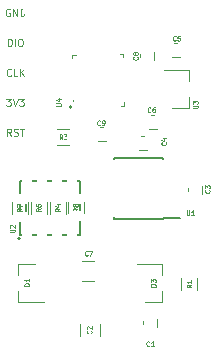
<source format=gto>
G04 #@! TF.GenerationSoftware,KiCad,Pcbnew,(2018-02-16 revision c95340fba)-makepkg*
G04 #@! TF.CreationDate,2018-05-28T07:37:03+02:00*
G04 #@! TF.ProjectId,LIN_USB_CONVERTER,4C494E5F5553425F434F4E5645525445,rev?*
G04 #@! TF.SameCoordinates,PX85b9e30PY4aad300*
G04 #@! TF.FileFunction,Legend,Top*
G04 #@! TF.FilePolarity,Positive*
%FSLAX46Y46*%
G04 Gerber Fmt 4.6, Leading zero omitted, Abs format (unit mm)*
G04 Created by KiCad (PCBNEW (2018-02-16 revision c95340fba)-makepkg) date 05/28/18 07:37:03*
%MOMM*%
%LPD*%
G01*
G04 APERTURE LIST*
%ADD10C,0.100000*%
%ADD11C,0.120000*%
%ADD12C,0.150000*%
%ADD13C,0.090000*%
%ADD14R,1.300000X0.900000*%
%ADD15R,2.380000X4.360000*%
%ADD16O,2.380000X4.360000*%
%ADD17R,1.650000X1.400000*%
%ADD18R,0.908000X2.400000*%
%ADD19R,0.900000X1.300000*%
%ADD20R,1.300000X1.200000*%
%ADD21R,2.200000X1.400000*%
%ADD22R,0.702000X0.302000*%
%ADD23R,0.302000X0.702000*%
%ADD24R,0.102000X0.102000*%
%ADD25C,0.214000*%
%ADD26R,0.152000X0.152000*%
%ADD27R,0.502000X0.302000*%
%ADD28R,0.302000X0.502000*%
%ADD29C,2.540000*%
%ADD30C,2.900000*%
%ADD31R,1.150000X1.200000*%
%ADD32R,2.100000X2.100000*%
%ADD33O,2.100000X2.100000*%
%ADD34C,1.901140*%
%ADD35O,1.800000X4.200000*%
%ADD36C,1.900000*%
%ADD37R,1.400000X1.650000*%
%ADD38R,1.950000X1.000000*%
%ADD39R,1.200000X1.150000*%
G04 APERTURE END LIST*
D10*
X941428Y-14393828D02*
X741428Y-14108114D01*
X598571Y-14393828D02*
X598571Y-13793828D01*
X827142Y-13793828D01*
X884285Y-13822400D01*
X912857Y-13850971D01*
X941428Y-13908114D01*
X941428Y-13993828D01*
X912857Y-14050971D01*
X884285Y-14079542D01*
X827142Y-14108114D01*
X598571Y-14108114D01*
X1170000Y-14365257D02*
X1255714Y-14393828D01*
X1398571Y-14393828D01*
X1455714Y-14365257D01*
X1484285Y-14336685D01*
X1512857Y-14279542D01*
X1512857Y-14222400D01*
X1484285Y-14165257D01*
X1455714Y-14136685D01*
X1398571Y-14108114D01*
X1284285Y-14079542D01*
X1227142Y-14050971D01*
X1198571Y-14022400D01*
X1170000Y-13965257D01*
X1170000Y-13908114D01*
X1198571Y-13850971D01*
X1227142Y-13822400D01*
X1284285Y-13793828D01*
X1427142Y-13793828D01*
X1512857Y-13822400D01*
X1684285Y-13793828D02*
X2027142Y-13793828D01*
X1855714Y-14393828D02*
X1855714Y-13793828D01*
X527142Y-11253828D02*
X898571Y-11253828D01*
X698571Y-11482400D01*
X784285Y-11482400D01*
X841428Y-11510971D01*
X870000Y-11539542D01*
X898571Y-11596685D01*
X898571Y-11739542D01*
X870000Y-11796685D01*
X841428Y-11825257D01*
X784285Y-11853828D01*
X612857Y-11853828D01*
X555714Y-11825257D01*
X527142Y-11796685D01*
X1070000Y-11253828D02*
X1270000Y-11853828D01*
X1470000Y-11253828D01*
X1612857Y-11253828D02*
X1984285Y-11253828D01*
X1784285Y-11482400D01*
X1870000Y-11482400D01*
X1927142Y-11510971D01*
X1955714Y-11539542D01*
X1984285Y-11596685D01*
X1984285Y-11739542D01*
X1955714Y-11796685D01*
X1927142Y-11825257D01*
X1870000Y-11853828D01*
X1698571Y-11853828D01*
X1641428Y-11825257D01*
X1612857Y-11796685D01*
X912857Y-9256685D02*
X884285Y-9285257D01*
X798571Y-9313828D01*
X741428Y-9313828D01*
X655714Y-9285257D01*
X598571Y-9228114D01*
X570000Y-9170971D01*
X541428Y-9056685D01*
X541428Y-8970971D01*
X570000Y-8856685D01*
X598571Y-8799542D01*
X655714Y-8742400D01*
X741428Y-8713828D01*
X798571Y-8713828D01*
X884285Y-8742400D01*
X912857Y-8770971D01*
X1455714Y-9313828D02*
X1170000Y-9313828D01*
X1170000Y-8713828D01*
X1655714Y-9313828D02*
X1655714Y-8713828D01*
X1998571Y-9313828D02*
X1741428Y-8970971D01*
X1998571Y-8713828D02*
X1655714Y-9056685D01*
X655714Y-6773828D02*
X655714Y-6173828D01*
X798571Y-6173828D01*
X884285Y-6202400D01*
X941428Y-6259542D01*
X970000Y-6316685D01*
X998571Y-6430971D01*
X998571Y-6516685D01*
X970000Y-6630971D01*
X941428Y-6688114D01*
X884285Y-6745257D01*
X798571Y-6773828D01*
X655714Y-6773828D01*
X1255714Y-6773828D02*
X1255714Y-6173828D01*
X1655714Y-6173828D02*
X1770000Y-6173828D01*
X1827142Y-6202400D01*
X1884285Y-6259542D01*
X1912857Y-6373828D01*
X1912857Y-6573828D01*
X1884285Y-6688114D01*
X1827142Y-6745257D01*
X1770000Y-6773828D01*
X1655714Y-6773828D01*
X1598571Y-6745257D01*
X1541428Y-6688114D01*
X1512857Y-6573828D01*
X1512857Y-6373828D01*
X1541428Y-6259542D01*
X1598571Y-6202400D01*
X1655714Y-6173828D01*
X812857Y-3662400D02*
X755714Y-3633828D01*
X670000Y-3633828D01*
X584285Y-3662400D01*
X527142Y-3719542D01*
X498571Y-3776685D01*
X470000Y-3890971D01*
X470000Y-3976685D01*
X498571Y-4090971D01*
X527142Y-4148114D01*
X584285Y-4205257D01*
X670000Y-4233828D01*
X727142Y-4233828D01*
X812857Y-4205257D01*
X841428Y-4176685D01*
X841428Y-3976685D01*
X727142Y-3976685D01*
X1098571Y-4233828D02*
X1098571Y-3633828D01*
X1441428Y-4233828D01*
X1441428Y-3633828D01*
X1727142Y-4233828D02*
X1727142Y-3633828D01*
X1870000Y-3633828D01*
X1955714Y-3662400D01*
X2012857Y-3719542D01*
X2041428Y-3776685D01*
X2070000Y-3890971D01*
X2070000Y-3976685D01*
X2041428Y-4090971D01*
X2012857Y-4148114D01*
X1955714Y-4205257D01*
X1870000Y-4233828D01*
X1727142Y-4233828D01*
D11*
X3931200Y-19972400D02*
X3931200Y-20972400D01*
X2571200Y-20972400D02*
X2571200Y-19972400D01*
X8470000Y-31335600D02*
X8470000Y-30335600D01*
X6770000Y-30335600D02*
X6770000Y-31335600D01*
D12*
X1662336Y-23078440D02*
G75*
G03X1662336Y-23078440I-77376J0D01*
G01*
X1676400Y-18186400D02*
X6756400Y-18186400D01*
X6756400Y-18186400D02*
X6756400Y-22758400D01*
X6756400Y-22758400D02*
X1676400Y-22758400D01*
X1676400Y-22758400D02*
X1676400Y-18186400D01*
X1676400Y-19710400D02*
X2184400Y-19710400D01*
X2184400Y-19710400D02*
X2184400Y-20980400D01*
X2184400Y-20980400D02*
X1676400Y-20980400D01*
D11*
X4834000Y-13798000D02*
X5834000Y-13798000D01*
X5834000Y-15158000D02*
X4834000Y-15158000D01*
X16000000Y-11994000D02*
X16000000Y-11064000D01*
X16000000Y-8834000D02*
X16000000Y-9764000D01*
X16000000Y-8834000D02*
X13840000Y-8834000D01*
X16000000Y-11994000D02*
X14540000Y-11994000D01*
X6106600Y-7506600D02*
X6106600Y-7806600D01*
X10438800Y-7455800D02*
X10438800Y-7755800D01*
X10489600Y-11864200D02*
X10489600Y-11564200D01*
X6177200Y-11433200D02*
X6177200Y-11133200D01*
X10438800Y-7455800D02*
X10138800Y-7455800D01*
X10489600Y-11864200D02*
X10189600Y-11864200D01*
X6106600Y-7506600D02*
X6406600Y-7506600D01*
D12*
X6059156Y-11946000D02*
G75*
G03X6059156Y-11946000I-85156J0D01*
G01*
D11*
X13300000Y-29876000D02*
X13300000Y-30576000D01*
X12100000Y-30576000D02*
X12100000Y-29876000D01*
X15322000Y-27424000D02*
X15322000Y-26424000D01*
X16682000Y-26424000D02*
X16682000Y-27424000D01*
X1510000Y-25278000D02*
X1510000Y-26208000D01*
X1510000Y-28438000D02*
X1510000Y-27508000D01*
X1510000Y-28438000D02*
X3670000Y-28438000D01*
X1510000Y-25278000D02*
X2970000Y-25278000D01*
X5556800Y-19972400D02*
X5556800Y-20972400D01*
X4196800Y-20972400D02*
X4196800Y-19972400D01*
X2356400Y-19972400D02*
X2356400Y-20972400D01*
X996400Y-20972400D02*
X996400Y-19972400D01*
X7080800Y-19960400D02*
X7080800Y-20960400D01*
X5720800Y-20960400D02*
X5720800Y-19960400D01*
X13730000Y-28438000D02*
X13730000Y-27508000D01*
X13730000Y-25278000D02*
X13730000Y-26208000D01*
X13730000Y-25278000D02*
X11570000Y-25278000D01*
X13730000Y-28438000D02*
X12270000Y-28438000D01*
X6967600Y-26707200D02*
X7967600Y-26707200D01*
X7967600Y-25007200D02*
X6967600Y-25007200D01*
D12*
X13809800Y-21371800D02*
X15209800Y-21371800D01*
X13809800Y-16271800D02*
X9659800Y-16271800D01*
X13809800Y-21421800D02*
X9659800Y-21421800D01*
X13809800Y-16271800D02*
X13809800Y-16416800D01*
X9659800Y-16271800D02*
X9659800Y-16416800D01*
X9659800Y-21421800D02*
X9659800Y-21276800D01*
X13809800Y-21421800D02*
X13809800Y-21371800D01*
D11*
X17101200Y-18649200D02*
X17101200Y-19349200D01*
X15901200Y-19349200D02*
X15901200Y-18649200D01*
X12431600Y-15586000D02*
X11731600Y-15586000D01*
X11731600Y-14386000D02*
X12431600Y-14386000D01*
X15234400Y-7712000D02*
X14534400Y-7712000D01*
X14534400Y-6512000D02*
X15234400Y-6512000D01*
X12604000Y-12608000D02*
X13304000Y-12608000D01*
X13304000Y-13808000D02*
X12604000Y-13808000D01*
X11846000Y-7970000D02*
X11846000Y-7270000D01*
X13046000Y-7270000D02*
X13046000Y-7970000D01*
X8286000Y-13624000D02*
X8986000Y-13624000D01*
X8986000Y-14824000D02*
X8286000Y-14824000D01*
D13*
X3432152Y-20539066D02*
X3241676Y-20672400D01*
X3432152Y-20767638D02*
X3032152Y-20767638D01*
X3032152Y-20615257D01*
X3051200Y-20577161D01*
X3070247Y-20558114D01*
X3108342Y-20539066D01*
X3165485Y-20539066D01*
X3203580Y-20558114D01*
X3222628Y-20577161D01*
X3241676Y-20615257D01*
X3241676Y-20767638D01*
X3032152Y-20196209D02*
X3032152Y-20272400D01*
X3051200Y-20310495D01*
X3070247Y-20329542D01*
X3127390Y-20367638D01*
X3203580Y-20386685D01*
X3355961Y-20386685D01*
X3394057Y-20367638D01*
X3413104Y-20348590D01*
X3432152Y-20310495D01*
X3432152Y-20234304D01*
X3413104Y-20196209D01*
X3394057Y-20177161D01*
X3355961Y-20158114D01*
X3260723Y-20158114D01*
X3222628Y-20177161D01*
X3203580Y-20196209D01*
X3184533Y-20234304D01*
X3184533Y-20310495D01*
X3203580Y-20348590D01*
X3222628Y-20367638D01*
X3260723Y-20386685D01*
X7712057Y-30902266D02*
X7731104Y-30921314D01*
X7750152Y-30978457D01*
X7750152Y-31016552D01*
X7731104Y-31073695D01*
X7693009Y-31111790D01*
X7654914Y-31130838D01*
X7578723Y-31149885D01*
X7521580Y-31149885D01*
X7445390Y-31130838D01*
X7407295Y-31111790D01*
X7369200Y-31073695D01*
X7350152Y-31016552D01*
X7350152Y-30978457D01*
X7369200Y-30921314D01*
X7388247Y-30902266D01*
X7388247Y-30749885D02*
X7369200Y-30730838D01*
X7350152Y-30692742D01*
X7350152Y-30597504D01*
X7369200Y-30559409D01*
X7388247Y-30540361D01*
X7426342Y-30521314D01*
X7464438Y-30521314D01*
X7521580Y-30540361D01*
X7750152Y-30768933D01*
X7750152Y-30521314D01*
X822352Y-22555161D02*
X1146161Y-22555161D01*
X1184257Y-22536114D01*
X1203304Y-22517066D01*
X1222352Y-22478971D01*
X1222352Y-22402780D01*
X1203304Y-22364685D01*
X1184257Y-22345638D01*
X1146161Y-22326590D01*
X822352Y-22326590D01*
X860447Y-22155161D02*
X841400Y-22136114D01*
X822352Y-22098019D01*
X822352Y-22002780D01*
X841400Y-21964685D01*
X860447Y-21945638D01*
X898542Y-21926590D01*
X936638Y-21926590D01*
X993780Y-21945638D01*
X1222352Y-22174209D01*
X1222352Y-21926590D01*
X5267333Y-14658952D02*
X5134000Y-14468476D01*
X5038761Y-14658952D02*
X5038761Y-14258952D01*
X5191142Y-14258952D01*
X5229238Y-14278000D01*
X5248285Y-14297047D01*
X5267333Y-14335142D01*
X5267333Y-14392285D01*
X5248285Y-14430380D01*
X5229238Y-14449428D01*
X5191142Y-14468476D01*
X5038761Y-14468476D01*
X5400666Y-14258952D02*
X5648285Y-14258952D01*
X5514952Y-14411333D01*
X5572095Y-14411333D01*
X5610190Y-14430380D01*
X5629238Y-14449428D01*
X5648285Y-14487523D01*
X5648285Y-14582761D01*
X5629238Y-14620857D01*
X5610190Y-14639904D01*
X5572095Y-14658952D01*
X5457809Y-14658952D01*
X5419714Y-14639904D01*
X5400666Y-14620857D01*
X16306952Y-12054761D02*
X16630761Y-12054761D01*
X16668857Y-12035714D01*
X16687904Y-12016666D01*
X16706952Y-11978571D01*
X16706952Y-11902380D01*
X16687904Y-11864285D01*
X16668857Y-11845238D01*
X16630761Y-11826190D01*
X16306952Y-11826190D01*
X16306952Y-11673809D02*
X16306952Y-11426190D01*
X16459333Y-11559523D01*
X16459333Y-11502380D01*
X16478380Y-11464285D01*
X16497428Y-11445238D01*
X16535523Y-11426190D01*
X16630761Y-11426190D01*
X16668857Y-11445238D01*
X16687904Y-11464285D01*
X16706952Y-11502380D01*
X16706952Y-11616666D01*
X16687904Y-11654761D01*
X16668857Y-11673809D01*
X4733952Y-11861761D02*
X5057761Y-11861761D01*
X5095857Y-11842714D01*
X5114904Y-11823666D01*
X5133952Y-11785571D01*
X5133952Y-11709380D01*
X5114904Y-11671285D01*
X5095857Y-11652238D01*
X5057761Y-11633190D01*
X4733952Y-11633190D01*
X4867285Y-11271285D02*
X5133952Y-11271285D01*
X4714904Y-11366523D02*
X5000619Y-11461761D01*
X5000619Y-11214142D01*
X12633333Y-32146857D02*
X12614285Y-32165904D01*
X12557142Y-32184952D01*
X12519047Y-32184952D01*
X12461904Y-32165904D01*
X12423809Y-32127809D01*
X12404761Y-32089714D01*
X12385714Y-32013523D01*
X12385714Y-31956380D01*
X12404761Y-31880190D01*
X12423809Y-31842095D01*
X12461904Y-31804000D01*
X12519047Y-31784952D01*
X12557142Y-31784952D01*
X12614285Y-31804000D01*
X12633333Y-31823047D01*
X13014285Y-32184952D02*
X12785714Y-32184952D01*
X12900000Y-32184952D02*
X12900000Y-31784952D01*
X12861904Y-31842095D01*
X12823809Y-31880190D01*
X12785714Y-31899238D01*
X16182952Y-26990666D02*
X15992476Y-27124000D01*
X16182952Y-27219238D02*
X15782952Y-27219238D01*
X15782952Y-27066857D01*
X15802000Y-27028761D01*
X15821047Y-27009714D01*
X15859142Y-26990666D01*
X15916285Y-26990666D01*
X15954380Y-27009714D01*
X15973428Y-27028761D01*
X15992476Y-27066857D01*
X15992476Y-27219238D01*
X16182952Y-26609714D02*
X16182952Y-26838285D01*
X16182952Y-26724000D02*
X15782952Y-26724000D01*
X15840095Y-26762095D01*
X15878190Y-26800190D01*
X15897238Y-26838285D01*
X2450952Y-27087238D02*
X2050952Y-27087238D01*
X2050952Y-26992000D01*
X2070000Y-26934857D01*
X2108095Y-26896761D01*
X2146190Y-26877714D01*
X2222380Y-26858666D01*
X2279523Y-26858666D01*
X2355714Y-26877714D01*
X2393809Y-26896761D01*
X2431904Y-26934857D01*
X2450952Y-26992000D01*
X2450952Y-27087238D01*
X2450952Y-26477714D02*
X2450952Y-26706285D01*
X2450952Y-26592000D02*
X2050952Y-26592000D01*
X2108095Y-26630095D01*
X2146190Y-26668190D01*
X2165238Y-26706285D01*
X5057752Y-20539066D02*
X4867276Y-20672400D01*
X5057752Y-20767638D02*
X4657752Y-20767638D01*
X4657752Y-20615257D01*
X4676800Y-20577161D01*
X4695847Y-20558114D01*
X4733942Y-20539066D01*
X4791085Y-20539066D01*
X4829180Y-20558114D01*
X4848228Y-20577161D01*
X4867276Y-20615257D01*
X4867276Y-20767638D01*
X4791085Y-20196209D02*
X5057752Y-20196209D01*
X4638704Y-20291447D02*
X4924419Y-20386685D01*
X4924419Y-20139066D01*
X1857352Y-20539066D02*
X1666876Y-20672400D01*
X1857352Y-20767638D02*
X1457352Y-20767638D01*
X1457352Y-20615257D01*
X1476400Y-20577161D01*
X1495447Y-20558114D01*
X1533542Y-20539066D01*
X1590685Y-20539066D01*
X1628780Y-20558114D01*
X1647828Y-20577161D01*
X1666876Y-20615257D01*
X1666876Y-20767638D01*
X1457352Y-20405733D02*
X1457352Y-20139066D01*
X1857352Y-20310495D01*
X6581752Y-20527066D02*
X6391276Y-20660400D01*
X6581752Y-20755638D02*
X6181752Y-20755638D01*
X6181752Y-20603257D01*
X6200800Y-20565161D01*
X6219847Y-20546114D01*
X6257942Y-20527066D01*
X6315085Y-20527066D01*
X6353180Y-20546114D01*
X6372228Y-20565161D01*
X6391276Y-20603257D01*
X6391276Y-20755638D01*
X6353180Y-20298495D02*
X6334133Y-20336590D01*
X6315085Y-20355638D01*
X6276990Y-20374685D01*
X6257942Y-20374685D01*
X6219847Y-20355638D01*
X6200800Y-20336590D01*
X6181752Y-20298495D01*
X6181752Y-20222304D01*
X6200800Y-20184209D01*
X6219847Y-20165161D01*
X6257942Y-20146114D01*
X6276990Y-20146114D01*
X6315085Y-20165161D01*
X6334133Y-20184209D01*
X6353180Y-20222304D01*
X6353180Y-20298495D01*
X6372228Y-20336590D01*
X6391276Y-20355638D01*
X6429371Y-20374685D01*
X6505561Y-20374685D01*
X6543657Y-20355638D01*
X6562704Y-20336590D01*
X6581752Y-20298495D01*
X6581752Y-20222304D01*
X6562704Y-20184209D01*
X6543657Y-20165161D01*
X6505561Y-20146114D01*
X6429371Y-20146114D01*
X6391276Y-20165161D01*
X6372228Y-20184209D01*
X6353180Y-20222304D01*
X13150952Y-27153238D02*
X12750952Y-27153238D01*
X12750952Y-27058000D01*
X12770000Y-27000857D01*
X12808095Y-26962761D01*
X12846190Y-26943714D01*
X12922380Y-26924666D01*
X12979523Y-26924666D01*
X13055714Y-26943714D01*
X13093809Y-26962761D01*
X13131904Y-27000857D01*
X13150952Y-27058000D01*
X13150952Y-27153238D01*
X12750952Y-26791333D02*
X12750952Y-26543714D01*
X12903333Y-26677047D01*
X12903333Y-26619904D01*
X12922380Y-26581809D01*
X12941428Y-26562761D01*
X12979523Y-26543714D01*
X13074761Y-26543714D01*
X13112857Y-26562761D01*
X13131904Y-26581809D01*
X13150952Y-26619904D01*
X13150952Y-26734190D01*
X13131904Y-26772285D01*
X13112857Y-26791333D01*
X7400933Y-24500057D02*
X7381885Y-24519104D01*
X7324742Y-24538152D01*
X7286647Y-24538152D01*
X7229504Y-24519104D01*
X7191409Y-24481009D01*
X7172361Y-24442914D01*
X7153314Y-24366723D01*
X7153314Y-24309580D01*
X7172361Y-24233390D01*
X7191409Y-24195295D01*
X7229504Y-24157200D01*
X7286647Y-24138152D01*
X7324742Y-24138152D01*
X7381885Y-24157200D01*
X7400933Y-24176247D01*
X7534266Y-24138152D02*
X7800933Y-24138152D01*
X7629504Y-24538152D01*
X15790038Y-20710552D02*
X15790038Y-21034361D01*
X15809085Y-21072457D01*
X15828133Y-21091504D01*
X15866228Y-21110552D01*
X15942419Y-21110552D01*
X15980514Y-21091504D01*
X15999561Y-21072457D01*
X16018609Y-21034361D01*
X16018609Y-20710552D01*
X16418609Y-21110552D02*
X16190038Y-21110552D01*
X16304323Y-21110552D02*
X16304323Y-20710552D01*
X16266228Y-20767695D01*
X16228133Y-20805790D01*
X16190038Y-20824838D01*
X17702057Y-18964266D02*
X17721104Y-18983314D01*
X17740152Y-19040457D01*
X17740152Y-19078552D01*
X17721104Y-19135695D01*
X17683009Y-19173790D01*
X17644914Y-19192838D01*
X17568723Y-19211885D01*
X17511580Y-19211885D01*
X17435390Y-19192838D01*
X17397295Y-19173790D01*
X17359200Y-19135695D01*
X17340152Y-19078552D01*
X17340152Y-19040457D01*
X17359200Y-18983314D01*
X17378247Y-18964266D01*
X17340152Y-18830933D02*
X17340152Y-18583314D01*
X17492533Y-18716647D01*
X17492533Y-18659504D01*
X17511580Y-18621409D01*
X17530628Y-18602361D01*
X17568723Y-18583314D01*
X17663961Y-18583314D01*
X17702057Y-18602361D01*
X17721104Y-18621409D01*
X17740152Y-18659504D01*
X17740152Y-18773790D01*
X17721104Y-18811885D01*
X17702057Y-18830933D01*
X14002457Y-14951066D02*
X14021504Y-14970114D01*
X14040552Y-15027257D01*
X14040552Y-15065352D01*
X14021504Y-15122495D01*
X13983409Y-15160590D01*
X13945314Y-15179638D01*
X13869123Y-15198685D01*
X13811980Y-15198685D01*
X13735790Y-15179638D01*
X13697695Y-15160590D01*
X13659600Y-15122495D01*
X13640552Y-15065352D01*
X13640552Y-15027257D01*
X13659600Y-14970114D01*
X13678647Y-14951066D01*
X13773885Y-14608209D02*
X14040552Y-14608209D01*
X13621504Y-14703447D02*
X13907219Y-14798685D01*
X13907219Y-14551066D01*
X14859733Y-6289657D02*
X14840685Y-6308704D01*
X14783542Y-6327752D01*
X14745447Y-6327752D01*
X14688304Y-6308704D01*
X14650209Y-6270609D01*
X14631161Y-6232514D01*
X14612114Y-6156323D01*
X14612114Y-6099180D01*
X14631161Y-6022990D01*
X14650209Y-5984895D01*
X14688304Y-5946800D01*
X14745447Y-5927752D01*
X14783542Y-5927752D01*
X14840685Y-5946800D01*
X14859733Y-5965847D01*
X15221638Y-5927752D02*
X15031161Y-5927752D01*
X15012114Y-6118228D01*
X15031161Y-6099180D01*
X15069257Y-6080133D01*
X15164495Y-6080133D01*
X15202590Y-6099180D01*
X15221638Y-6118228D01*
X15240685Y-6156323D01*
X15240685Y-6251561D01*
X15221638Y-6289657D01*
X15202590Y-6308704D01*
X15164495Y-6327752D01*
X15069257Y-6327752D01*
X15031161Y-6308704D01*
X15012114Y-6289657D01*
X12726133Y-12334857D02*
X12707085Y-12353904D01*
X12649942Y-12372952D01*
X12611847Y-12372952D01*
X12554704Y-12353904D01*
X12516609Y-12315809D01*
X12497561Y-12277714D01*
X12478514Y-12201523D01*
X12478514Y-12144380D01*
X12497561Y-12068190D01*
X12516609Y-12030095D01*
X12554704Y-11992000D01*
X12611847Y-11972952D01*
X12649942Y-11972952D01*
X12707085Y-11992000D01*
X12726133Y-12011047D01*
X13068990Y-11972952D02*
X12992800Y-11972952D01*
X12954704Y-11992000D01*
X12935657Y-12011047D01*
X12897561Y-12068190D01*
X12878514Y-12144380D01*
X12878514Y-12296761D01*
X12897561Y-12334857D01*
X12916609Y-12353904D01*
X12954704Y-12372952D01*
X13030895Y-12372952D01*
X13068990Y-12353904D01*
X13088038Y-12334857D01*
X13107085Y-12296761D01*
X13107085Y-12201523D01*
X13088038Y-12163428D01*
X13068990Y-12144380D01*
X13030895Y-12125333D01*
X12954704Y-12125333D01*
X12916609Y-12144380D01*
X12897561Y-12163428D01*
X12878514Y-12201523D01*
X11614857Y-7686666D02*
X11633904Y-7705714D01*
X11652952Y-7762857D01*
X11652952Y-7800952D01*
X11633904Y-7858095D01*
X11595809Y-7896190D01*
X11557714Y-7915238D01*
X11481523Y-7934285D01*
X11424380Y-7934285D01*
X11348190Y-7915238D01*
X11310095Y-7896190D01*
X11272000Y-7858095D01*
X11252952Y-7800952D01*
X11252952Y-7762857D01*
X11272000Y-7705714D01*
X11291047Y-7686666D01*
X11424380Y-7458095D02*
X11405333Y-7496190D01*
X11386285Y-7515238D01*
X11348190Y-7534285D01*
X11329142Y-7534285D01*
X11291047Y-7515238D01*
X11272000Y-7496190D01*
X11252952Y-7458095D01*
X11252952Y-7381904D01*
X11272000Y-7343809D01*
X11291047Y-7324761D01*
X11329142Y-7305714D01*
X11348190Y-7305714D01*
X11386285Y-7324761D01*
X11405333Y-7343809D01*
X11424380Y-7381904D01*
X11424380Y-7458095D01*
X11443428Y-7496190D01*
X11462476Y-7515238D01*
X11500571Y-7534285D01*
X11576761Y-7534285D01*
X11614857Y-7515238D01*
X11633904Y-7496190D01*
X11652952Y-7458095D01*
X11652952Y-7381904D01*
X11633904Y-7343809D01*
X11614857Y-7324761D01*
X11576761Y-7305714D01*
X11500571Y-7305714D01*
X11462476Y-7324761D01*
X11443428Y-7343809D01*
X11424380Y-7381904D01*
X8458933Y-13452457D02*
X8439885Y-13471504D01*
X8382742Y-13490552D01*
X8344647Y-13490552D01*
X8287504Y-13471504D01*
X8249409Y-13433409D01*
X8230361Y-13395314D01*
X8211314Y-13319123D01*
X8211314Y-13261980D01*
X8230361Y-13185790D01*
X8249409Y-13147695D01*
X8287504Y-13109600D01*
X8344647Y-13090552D01*
X8382742Y-13090552D01*
X8439885Y-13109600D01*
X8458933Y-13128647D01*
X8649409Y-13490552D02*
X8725600Y-13490552D01*
X8763695Y-13471504D01*
X8782742Y-13452457D01*
X8820838Y-13395314D01*
X8839885Y-13319123D01*
X8839885Y-13166742D01*
X8820838Y-13128647D01*
X8801790Y-13109600D01*
X8763695Y-13090552D01*
X8687504Y-13090552D01*
X8649409Y-13109600D01*
X8630361Y-13128647D01*
X8611314Y-13166742D01*
X8611314Y-13261980D01*
X8630361Y-13300076D01*
X8649409Y-13319123D01*
X8687504Y-13338171D01*
X8763695Y-13338171D01*
X8801790Y-13319123D01*
X8820838Y-13300076D01*
X8839885Y-13261980D01*
%LPC*%
D14*
X3251200Y-21222400D03*
X3251200Y-19722400D03*
D15*
X15160000Y-31242000D03*
D16*
X10160000Y-31242000D03*
X5160000Y-31242000D03*
D17*
X7620000Y-29835600D03*
X7620000Y-31835600D03*
D18*
X2311400Y-17972400D03*
X3581400Y-17972400D03*
X4851400Y-17972400D03*
X6121400Y-17972400D03*
X6121400Y-22972400D03*
X4851400Y-22972400D03*
X3581400Y-22972400D03*
X2311400Y-22972400D03*
D19*
X6084000Y-14478000D03*
X4584000Y-14478000D03*
D20*
X14240000Y-9464000D03*
X14240000Y-11364000D03*
X16240000Y-10414000D03*
D21*
X1524000Y-15392400D03*
X1524000Y-7772400D03*
X1524000Y-10312400D03*
X1524000Y-5232400D03*
X1524000Y-12852400D03*
D22*
X6310000Y-8660000D03*
D23*
X7260000Y-7710000D03*
X9260000Y-7710000D03*
D22*
X10210000Y-8660000D03*
X6310000Y-10660000D03*
X10210000Y-10160000D03*
D23*
X8760000Y-11610000D03*
X7760000Y-11610000D03*
D24*
X6860000Y-11060000D03*
X6860000Y-8260000D03*
X9660000Y-8260000D03*
X9660000Y-11060000D03*
D25*
X9762920Y-7857080D03*
D10*
G36*
X9914241Y-7857080D02*
X9762920Y-8008401D01*
X9611599Y-7857080D01*
X9762920Y-7705759D01*
X9914241Y-7857080D01*
X9914241Y-7857080D01*
G37*
D25*
X9768000Y-11462920D03*
D10*
G36*
X9919321Y-11462920D02*
X9768000Y-11614241D01*
X9616679Y-11462920D01*
X9768000Y-11311599D01*
X9919321Y-11462920D01*
X9919321Y-11462920D01*
G37*
D25*
X6752000Y-7862160D03*
D10*
G36*
X6903321Y-7862160D02*
X6752000Y-8013481D01*
X6600679Y-7862160D01*
X6752000Y-7710839D01*
X6903321Y-7862160D01*
X6903321Y-7862160D01*
G37*
D25*
X6751240Y-11458320D03*
D10*
G36*
X6902561Y-11458320D02*
X6751240Y-11609641D01*
X6599919Y-11458320D01*
X6751240Y-11306999D01*
X6902561Y-11458320D01*
X6902561Y-11458320D01*
G37*
D25*
X10062920Y-8157080D03*
D10*
G36*
X10214241Y-8157080D02*
X10062920Y-8308401D01*
X9911599Y-8157080D01*
X10062920Y-8005759D01*
X10214241Y-8157080D01*
X10214241Y-8157080D01*
G37*
D25*
X10068000Y-11168000D03*
D10*
G36*
X10219321Y-11168000D02*
X10068000Y-11319321D01*
X9916679Y-11168000D01*
X10068000Y-11016679D01*
X10219321Y-11168000D01*
X10219321Y-11168000D01*
G37*
D25*
X6462160Y-8157080D03*
D10*
G36*
X6613481Y-8157080D02*
X6462160Y-8308401D01*
X6310839Y-8157080D01*
X6462160Y-8005759D01*
X6613481Y-8157080D01*
X6613481Y-8157080D01*
G37*
D25*
X6451520Y-11163680D03*
D10*
G36*
X6602841Y-11163680D02*
X6451520Y-11315001D01*
X6300199Y-11163680D01*
X6451520Y-11012359D01*
X6602841Y-11163680D01*
X6602841Y-11163680D01*
G37*
D26*
X6527720Y-11087920D03*
X6537160Y-8232080D03*
X6827000Y-7937160D03*
X9687920Y-7932080D03*
X9987920Y-8232080D03*
X9993000Y-11093000D03*
X9693000Y-11387920D03*
X6827440Y-11382120D03*
D27*
X6202600Y-11163680D03*
D22*
X6310000Y-10160000D03*
X6310000Y-9660000D03*
X6310000Y-9160000D03*
D27*
X6212760Y-8157080D03*
D28*
X6751240Y-7607680D03*
D23*
X7760000Y-7710000D03*
X8260000Y-7710000D03*
X8760000Y-7710000D03*
D28*
X9763680Y-7607680D03*
D27*
X10312320Y-8156320D03*
D22*
X10210000Y-9160000D03*
X10210000Y-9660000D03*
X10210000Y-10660000D03*
D27*
X10317400Y-11168760D03*
D28*
X9768000Y-11712320D03*
D23*
X9260000Y-11610000D03*
X8260000Y-11610000D03*
X7260000Y-11610000D03*
D28*
X6752000Y-11709040D03*
D29*
X8636000Y-1778000D03*
D30*
X1778000Y-31496000D03*
D31*
X12700000Y-29476000D03*
X12700000Y-30976000D03*
D14*
X16002000Y-26174000D03*
X16002000Y-27674000D03*
D20*
X3270000Y-27808000D03*
X3270000Y-25908000D03*
X1270000Y-26858000D03*
D32*
X10668000Y-23114000D03*
D33*
X13208000Y-23114000D03*
X15748000Y-23114000D03*
D14*
X4876800Y-21222400D03*
X4876800Y-19722400D03*
X1676400Y-21222400D03*
X1676400Y-19722400D03*
X6400800Y-21210400D03*
X6400800Y-19710400D03*
D20*
X11970000Y-25908000D03*
X11970000Y-27808000D03*
X13970000Y-26858000D03*
D34*
X12192860Y-4574120D03*
X9652860Y-4574120D03*
X7620860Y-4574120D03*
X5080860Y-4574120D03*
D35*
X14478000Y-2286000D03*
X2794000Y-2286000D03*
D36*
X6350000Y-2159000D03*
X10922000Y-2159000D03*
D37*
X8467600Y-25857200D03*
X6467600Y-25857200D03*
D38*
X9034800Y-20751800D03*
X9034800Y-19481800D03*
X9034800Y-18211800D03*
X9034800Y-16941800D03*
X14434800Y-16941800D03*
X14434800Y-18211800D03*
X14434800Y-19481800D03*
X14434800Y-20751800D03*
D31*
X16501200Y-18249200D03*
X16501200Y-19749200D03*
D39*
X12831600Y-14986000D03*
X11331600Y-14986000D03*
X15634400Y-7112000D03*
X14134400Y-7112000D03*
X12204000Y-13208000D03*
X13704000Y-13208000D03*
D31*
X12446000Y-8370000D03*
X12446000Y-6870000D03*
D39*
X7886000Y-14224000D03*
X9386000Y-14224000D03*
M02*

</source>
